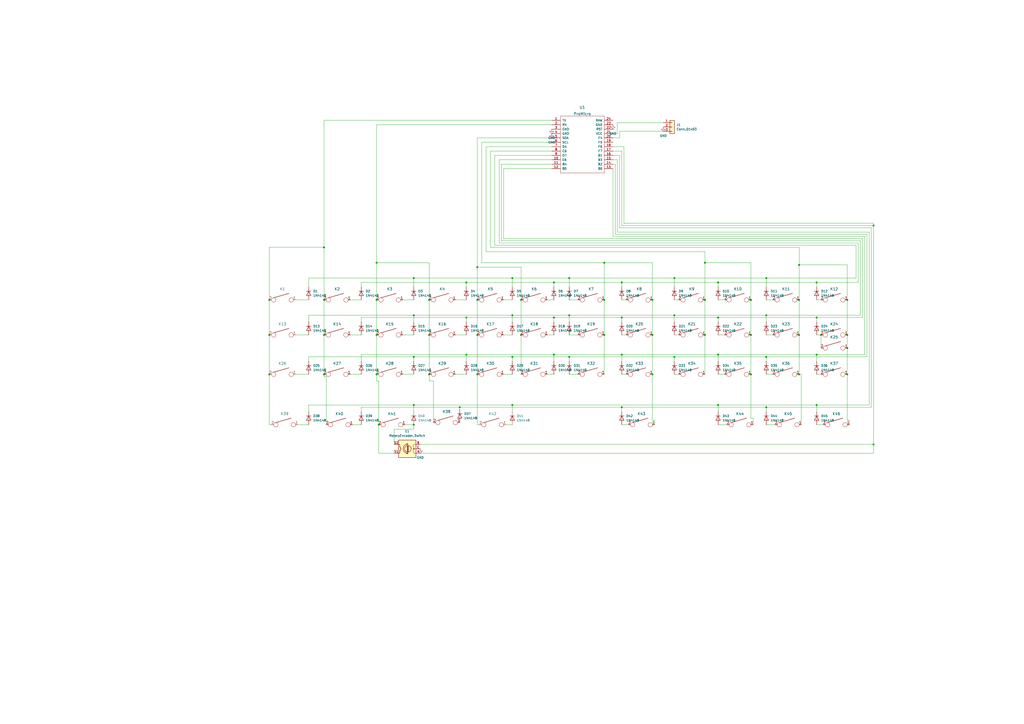
<source format=kicad_sch>
(kicad_sch (version 20211123) (generator eeschema)
  (paper "A2")
  (lib_symbols
    (symbol "Connector_Generic:Conn_01x03" (pin_names (offset 1.016) hide)
      (property "Reference" "J" (at 0 5.08 0))
      (property "Value" "Conn_01x03" (at 0 -5.08 0))
      (symbol "Conn_01x03_1_1"
        (pin passive line (at -5.08 2.54 0) (length 3.81) (name "Pin_1") (number "1"))
        (pin passive line (at -5.08 0 0) (length 3.81) (name "Pin_2") (number "2"))
        (pin passive line (at -5.08 -2.54 0) (length 3.81) (name "Pin_3") (number "3"))
      )
    )
    (symbol "Device:RotaryEncoder_Switch" (pin_names (offset 0.254) hide)
      (property "Reference" "SW" (at 0 6.604 0))
      (property "Value" "RotaryEncoder_Switch" (at 0 -6.604 0))
      (symbol "RotaryEncoder_Switch_1_1"
        (pin passive line (at -7.62 2.54 0) (length 2.54) (name "A") (number "A"))
        (pin passive line (at -7.62 -2.54 0) (length 2.54) (name "B") (number "B"))
        (pin passive line (at -7.62 0 0) (length 2.54) (name "C") (number "C"))
        (pin passive line (at 7.62 2.54 180) (length 2.54) (name "S1") (number "S1"))
        (pin passive line (at 7.62 -2.54 180) (length 2.54) (name "S2") (number "S2"))
      )
    )
    (symbol "Diode:1N4148" (pin_numbers hide) (pin_names (offset 1.016) hide)
      (property "Reference" "D" (at 0 2.54 0))
      (property "Value" "1N4148" (at 0 -2.54 0))
      (symbol "1N4148_1_1"
        (pin passive line (at -3.81 0 0) (length 2.54) (name "K") (number "1"))
        (pin passive line (at 3.81 0 180) (length 2.54) (name "A") (number "2"))
      )
    )
    (symbol "keyboard_parts:KEYSW" (pin_names (offset 1.016))
      (property "Reference" "K?" (at -1.27 0 0))
      (symbol "KEYSW_1_1"
        (pin passive line (at 7.62 0 180) (length 1.27) (name "~") (number "1"))
        (pin passive line (at -7.62 0 0) (length 1.27) (name "~") (number "2"))
      )
    )
    (symbol "power:GND" (power) (pin_names (offset 0))
      (property "Value" "GND" (at 0 -3.81 0))
      (symbol "GND_1_1"
        (pin power_in line (at 0 0 270) (length 0) hide (name "GND") (number "1"))
      )
    )
    (symbol "promicro:ProMicro" (pin_names (offset 1.016))
      (property "Reference" "U" (at 0 24.13 0))
      (property "Value" "ProMicro" (at 0 -13.97 0))
      (symbol "ProMicro_1_1"
        (pin bidirectional line (at -17.78 19.05 0) (length 5.08) (name "TX") (number "1"))
        (pin bidirectional line (at -17.78 -3.81 0) (length 5.08) (name "E6") (number "10"))
        (pin bidirectional line (at -17.78 -6.35 0) (length 5.08) (name "B4") (number "11"))
        (pin bidirectional line (at -17.78 -8.89 0) (length 5.08) (name "B5") (number "12"))
        (pin bidirectional line (at 17.78 -8.89 180) (length 5.08) (name "B6") (number "13"))
        (pin bidirectional line (at 17.78 -6.35 180) (length 5.08) (name "B2") (number "14"))
        (pin bidirectional line (at 17.78 -3.81 180) (length 5.08) (name "B3") (number "15"))
        (pin bidirectional line (at 17.78 -1.27 180) (length 5.08) (name "B1") (number "16"))
        (pin bidirectional line (at 17.78 1.27 180) (length 5.08) (name "F7") (number "17"))
        (pin bidirectional line (at 17.78 3.81 180) (length 5.08) (name "F6") (number "18"))
        (pin bidirectional line (at 17.78 6.35 180) (length 5.08) (name "F5") (number "19"))
        (pin bidirectional line (at -17.78 16.51 0) (length 5.08) (name "RX") (number "2"))
        (pin bidirectional line (at 17.78 8.89 180) (length 5.08) (name "F4") (number "20"))
        (pin power_in line (at 17.78 11.43 180) (length 5.08) (name "VCC") (number "21"))
        (pin input line (at 17.78 13.97 180) (length 5.08) (name "RST") (number "22"))
        (pin power_in line (at 17.78 16.51 180) (length 5.08) (name "GND") (number "23"))
        (pin power_out line (at 17.78 19.05 180) (length 5.08) (name "RAW") (number "24"))
        (pin power_in line (at -17.78 13.97 0) (length 5.08) (name "GND") (number "3"))
        (pin power_in line (at -17.78 11.43 0) (length 5.08) (name "GND") (number "4"))
        (pin bidirectional line (at -17.78 8.89 0) (length 5.08) (name "SDA") (number "5"))
        (pin bidirectional line (at -17.78 6.35 0) (length 5.08) (name "SCL") (number "6"))
        (pin bidirectional line (at -17.78 3.81 0) (length 5.08) (name "D4") (number "7"))
        (pin bidirectional line (at -17.78 1.27 0) (length 5.08) (name "C6") (number "8"))
        (pin bidirectional line (at -17.78 -1.27 0) (length 5.08) (name "D7") (number "9"))
      )
    )
  )
  (junction (at 416.56 184.15))
  (junction (at 276.86 173.99))
  (junction (at 297.18 182.88))
  (junction (at 330.2 207.01))
  (junction (at 321.31 205.74))
  (junction (at 156.21 217.17))
  (junction (at 360.68 205.74))
  (junction (at 463.55 194.31))
  (junction (at 360.68 236.22))
  (junction (at 473.71 184.15))
  (junction (at 240.03 246.38))
  (junction (at 491.49 217.17))
  (junction (at 463.55 217.17))
  (junction (at 270.51 184.15))
  (junction (at 378.46 194.31))
  (junction (at 218.44 152.4))
  (junction (at 187.96 143.51))
  (junction (at 187.96 217.17))
  (junction (at 330.2 182.88))
  (junction (at 240.03 182.88))
  (junction (at 218.44 194.31))
  (junction (at 187.96 173.99))
  (junction (at 240.03 161.29))
  (junction (at 378.46 217.17))
  (junction (at 248.92 217.17))
  (junction (at 218.44 217.17))
  (junction (at 330.2 161.29))
  (junction (at 187.96 194.31))
  (junction (at 463.55 153.67))
  (junction (at 360.68 163.83))
  (junction (at 416.56 234.95))
  (junction (at 321.31 163.83))
  (junction (at 463.55 173.99))
  (junction (at 435.61 173.99))
  (junction (at 473.71 163.83))
  (junction (at 473.71 234.95))
  (junction (at 491.49 201.93))
  (junction (at 240.03 234.95))
  (junction (at 491.49 194.31))
  (junction (at 491.49 173.99))
  (junction (at 444.5 207.01))
  (junction (at 476.25 194.31))
  (junction (at 416.56 163.83))
  (junction (at 444.5 182.88))
  (junction (at 435.61 194.31))
  (junction (at 240.03 207.01))
  (junction (at 219.71 246.38))
  (junction (at 350.52 152.4))
  (junction (at 270.51 163.83))
  (junction (at 360.68 184.15))
  (junction (at 248.92 194.31))
  (junction (at 321.31 184.15))
  (junction (at 270.51 205.74))
  (junction (at 276.86 194.31))
  (junction (at 408.94 173.99))
  (junction (at 156.21 194.31))
  (junction (at 408.94 152.4))
  (junction (at 248.92 173.99))
  (junction (at 506.73 130.81))
  (junction (at 266.7 236.22))
  (junction (at 297.18 161.29))
  (junction (at 416.56 205.74))
  (junction (at 391.16 182.88))
  (junction (at 276.86 154.94))
  (junction (at 218.44 173.99))
  (junction (at 444.5 161.29))
  (junction (at 156.21 173.99))
  (junction (at 391.16 161.29))
  (junction (at 408.94 194.31))
  (junction (at 391.16 207.01))
  (junction (at 276.86 217.17))
  (junction (at 302.26 173.99))
  (junction (at 506.73 257.81))
  (junction (at 435.61 217.17))
  (junction (at 302.26 194.31))
  (junction (at 350.52 194.31))
  (junction (at 297.18 234.95))
  (junction (at 378.46 173.99))
  (junction (at 297.18 207.01))
  (junction (at 350.52 173.99))
  (junction (at 473.71 205.74))
  (junction (at 444.5 236.22))
  (wire (pts (xy 391.16 207.01) (xy 444.5 207.01)))
  (wire (pts (xy 444.5 182.88) (xy 499.11 182.88)))
  (wire (pts (xy 361.95 129.54) (xy 506.73 129.54)))
  (wire (pts (xy 330.2 173.99) (xy 335.28 173.99)))
  (wire (pts (xy 179.07 234.95) (xy 240.03 234.95)))
  (wire (pts (xy 276.86 80.01) (xy 320.04 80.01)))
  (wire (pts (xy 270.51 205.74) (xy 209.55 205.74)))
  (wire (pts (xy 330.2 182.88) (xy 391.16 182.88)))
  (wire (pts (xy 330.2 207.01) (xy 330.2 209.55)))
  (wire (pts (xy 505.46 132.08) (xy 505.46 236.22)))
  (wire (pts (xy 384.81 71.12) (xy 358.14 71.12)))
  (wire (pts (xy 251.46 245.11) (xy 251.46 220.98)))
  (wire (pts (xy 350.52 152.4) (xy 279.4 152.4)))
  (wire (pts (xy 320.04 92.71) (xy 289.56 92.71)))
  (wire (pts (xy 416.56 205.74) (xy 473.71 205.74)))
  (wire (pts (xy 356.87 95.25) (xy 356.87 135.89)))
  (wire (pts (xy 218.44 152.4) (xy 248.92 152.4)))
  (wire (pts (xy 264.16 194.31) (xy 270.51 194.31)))
  (wire (pts (xy 416.56 246.38) (xy 421.64 246.38)))
  (wire (pts (xy 171.45 173.99) (xy 179.07 173.99)))
  (wire (pts (xy 497.84 140.97) (xy 497.84 163.83)))
  (wire (pts (xy 435.61 173.99) (xy 435.61 194.31)))
  (wire (pts (xy 355.6 85.09) (xy 361.95 85.09)))
  (wire (pts (xy 330.2 161.29) (xy 391.16 161.29)))
  (wire (pts (xy 297.18 207.01) (xy 297.18 209.55)))
  (wire (pts (xy 187.96 173.99) (xy 187.96 143.51)))
  (wire (pts (xy 360.68 184.15) (xy 321.31 184.15)))
  (wire (pts (xy 189.23 246.38) (xy 189.23 218.44)))
  (wire (pts (xy 473.71 166.37) (xy 473.71 163.83)))
  (wire (pts (xy 187.96 143.51) (xy 156.21 143.51)))
  (wire (pts (xy 408.94 173.99) (xy 408.94 152.4)))
  (wire (pts (xy 473.71 173.99) (xy 476.25 173.99)))
  (wire (pts (xy 408.94 152.4) (xy 408.94 146.05)))
  (wire (pts (xy 189.23 218.44) (xy 187.96 218.44)))
  (wire (pts (xy 416.56 184.15) (xy 416.56 186.69)))
  (wire (pts (xy 416.56 234.95) (xy 416.56 238.76)))
  (wire (pts (xy 240.03 182.88) (xy 240.03 186.69)))
  (wire (pts (xy 463.55 143.51) (xy 463.55 153.67)))
  (wire (pts (xy 497.84 163.83) (xy 473.71 163.83)))
  (wire (pts (xy 203.2 217.17) (xy 209.55 217.17)))
  (wire (pts (xy 464.82 217.17) (xy 463.55 217.17)))
  (wire (pts (xy 473.71 205.74) (xy 501.65 205.74)))
  (wire (pts (xy 234.95 246.38) (xy 240.03 246.38)))
  (wire (pts (xy 187.96 143.51) (xy 187.96 69.85)))
  (wire (pts (xy 302.26 194.31) (xy 302.26 217.17)))
  (wire (pts (xy 233.68 173.99) (xy 240.03 173.99)))
  (wire (pts (xy 359.41 132.08) (xy 505.46 132.08)))
  (wire (pts (xy 476.25 194.31) (xy 476.25 201.93)))
  (wire (pts (xy 350.52 152.4) (xy 378.46 152.4)))
  (wire (pts (xy 473.71 234.95) (xy 504.19 234.95)))
  (wire (pts (xy 179.07 182.88) (xy 240.03 182.88)))
  (wire (pts (xy 172.72 246.38) (xy 179.07 246.38)))
  (wire (pts (xy 302.26 154.94) (xy 302.26 173.99)))
  (wire (pts (xy 266.7 236.22) (xy 209.55 236.22)))
  (wire (pts (xy 463.55 173.99) (xy 463.55 194.31)))
  (wire (pts (xy 284.48 143.51) (xy 463.55 143.51)))
  (wire (pts (xy 444.5 246.38) (xy 449.58 246.38)))
  (wire (pts (xy 491.49 173.99) (xy 491.49 194.31)))
  (wire (pts (xy 243.84 257.81) (xy 506.73 257.81)))
  (wire (pts (xy 330.2 194.31) (xy 335.28 194.31)))
  (wire (pts (xy 496.57 161.29) (xy 496.57 142.24)))
  (wire (pts (xy 491.49 194.31) (xy 491.49 201.93)))
  (wire (pts (xy 266.7 236.22) (xy 266.7 237.49)))
  (wire (pts (xy 360.68 217.17) (xy 363.22 217.17)))
  (wire (pts (xy 463.55 153.67) (xy 491.49 153.67)))
  (wire (pts (xy 179.07 186.69) (xy 179.07 182.88)))
  (wire (pts (xy 491.49 217.17) (xy 491.49 243.84)))
  (wire (pts (xy 416.56 209.55) (xy 416.56 205.74)))
  (wire (pts (xy 416.56 184.15) (xy 360.68 184.15)))
  (wire (pts (xy 276.86 154.94) (xy 302.26 154.94)))
  (wire (pts (xy 408.94 152.4) (xy 435.61 152.4)))
  (wire (pts (xy 502.92 207.01) (xy 444.5 207.01)))
  (wire (pts (xy 179.07 161.29) (xy 240.03 161.29)))
  (wire (pts (xy 204.47 246.38) (xy 209.55 246.38)))
  (wire (pts (xy 501.65 137.16) (xy 355.6 137.16)))
  (wire (pts (xy 240.03 161.29) (xy 240.03 166.37)))
  (wire (pts (xy 496.57 142.24) (xy 287.02 142.24)))
  (wire (pts (xy 276.86 173.99) (xy 276.86 194.31)))
  (wire (pts (xy 473.71 194.31) (xy 476.25 194.31)))
  (wire (pts (xy 187.96 173.99) (xy 187.96 194.31)))
  (wire (pts (xy 297.18 182.88) (xy 297.18 186.69)))
  (wire (pts (xy 355.6 137.16) (xy 355.6 97.79)))
  (wire (pts (xy 297.18 182.88) (xy 330.2 182.88)))
  (wire (pts (xy 297.18 234.95) (xy 416.56 234.95)))
  (wire (pts (xy 284.48 87.63) (xy 284.48 143.51)))
  (wire (pts (xy 506.73 262.89) (xy 243.84 262.89)))
  (wire (pts (xy 504.19 234.95) (xy 504.19 134.62)))
  (wire (pts (xy 240.03 234.95) (xy 240.03 238.76)))
  (wire (pts (xy 297.18 234.95) (xy 297.18 238.76)))
  (wire (pts (xy 279.4 82.55) (xy 320.04 82.55)))
  (wire (pts (xy 463.55 194.31) (xy 463.55 217.17)))
  (wire (pts (xy 156.21 217.17) (xy 156.21 246.38)))
  (wire (pts (xy 270.51 163.83) (xy 270.51 166.37)))
  (wire (pts (xy 360.68 205.74) (xy 360.68 209.55)))
  (wire (pts (xy 436.88 242.57) (xy 436.88 246.38)))
  (wire (pts (xy 171.45 194.31) (xy 179.07 194.31)))
  (wire (pts (xy 391.16 161.29) (xy 391.16 166.37)))
  (wire (pts (xy 359.41 90.17) (xy 359.41 132.08)))
  (wire (pts (xy 240.03 161.29) (xy 297.18 161.29)))
  (wire (pts (xy 504.19 134.62) (xy 358.14 134.62)))
  (wire (pts (xy 187.96 69.85) (xy 320.04 69.85)))
  (wire (pts (xy 502.92 135.89) (xy 502.92 207.01)))
  (wire (pts (xy 179.07 207.01) (xy 240.03 207.01)))
  (wire (pts (xy 218.44 194.31) (xy 218.44 217.17)))
  (wire (pts (xy 435.61 242.57) (xy 436.88 242.57)))
  (wire (pts (xy 473.71 217.17) (xy 476.25 217.17)))
  (wire (pts (xy 355.6 95.25) (xy 356.87 95.25)))
  (wire (pts (xy 360.68 236.22) (xy 360.68 238.76)))
  (wire (pts (xy 463.55 173.99) (xy 463.55 153.67)))
  (wire (pts (xy 473.71 184.15) (xy 416.56 184.15)))
  (wire (pts (xy 320.04 97.79) (xy 292.1 97.79)))
  (wire (pts (xy 203.2 194.31) (xy 209.55 194.31)))
  (wire (pts (xy 464.82 246.38) (xy 464.82 217.17)))
  (wire (pts (xy 350.52 194.31) (xy 350.52 217.17)))
  (wire (pts (xy 506.73 130.81) (xy 506.73 257.81)))
  (wire (pts (xy 209.55 205.74) (xy 209.55 209.55)))
  (wire (pts (xy 219.71 220.98) (xy 218.44 220.98)))
  (wire (pts (xy 444.5 194.31) (xy 448.31 194.31)))
  (wire (pts (xy 218.44 72.39) (xy 320.04 72.39)))
  (wire (pts (xy 292.1 194.31) (xy 297.18 194.31)))
  (wire (pts (xy 358.14 77.47) (xy 355.6 77.47)))
  (wire (pts (xy 360.68 236.22) (xy 266.7 236.22)))
  (wire (pts (xy 491.49 243.84) (xy 492.76 243.84)))
  (wire (pts (xy 473.71 246.38) (xy 477.52 246.38)))
  (wire (pts (xy 378.46 243.84) (xy 379.73 243.84)))
  (wire (pts (xy 270.51 184.15) (xy 209.55 184.15)))
  (wire (pts (xy 321.31 163.83) (xy 270.51 163.83)))
  (wire (pts (xy 350.52 173.99) (xy 350.52 194.31)))
  (wire (pts (xy 281.94 85.09) (xy 320.04 85.09)))
  (wire (pts (xy 270.51 184.15) (xy 270.51 186.69)))
  (wire (pts (xy 435.61 217.17) (xy 435.61 242.57)))
  (wire (pts (xy 156.21 173.99) (xy 156.21 194.31)))
  (wire (pts (xy 378.46 152.4) (xy 378.46 173.99)))
  (wire (pts (xy 248.92 173.99) (xy 248.92 194.31)))
  (wire (pts (xy 391.16 217.17) (xy 393.7 217.17)))
  (wire (pts (xy 360.68 130.81) (xy 360.68 87.63)))
  (wire (pts (xy 321.31 163.83) (xy 321.31 166.37)))
  (wire (pts (xy 281.94 146.05) (xy 281.94 85.09)))
  (wire (pts (xy 270.51 205.74) (xy 270.51 209.55)))
  (wire (pts (xy 179.07 209.55) (xy 179.07 207.01)))
  (wire (pts (xy 264.16 217.17) (xy 270.51 217.17)))
  (wire (pts (xy 270.51 163.83) (xy 209.55 163.83)))
  (wire (pts (xy 219.71 246.38) (xy 219.71 220.98)))
  (wire (pts (xy 355.6 90.17) (xy 359.41 90.17)))
  (wire (pts (xy 416.56 217.17) (xy 420.37 217.17)))
  (wire (pts (xy 240.03 182.88) (xy 297.18 182.88)))
  (wire (pts (xy 360.68 163.83) (xy 360.68 166.37)))
  (wire (pts (xy 209.55 163.83) (xy 209.55 166.37)))
  (wire (pts (xy 444.5 161.29) (xy 496.57 161.29)))
  (wire (pts (xy 501.65 205.74) (xy 501.65 137.16)))
  (wire (pts (xy 292.1 97.79) (xy 292.1 138.43)))
  (wire (pts (xy 179.07 238.76) (xy 179.07 234.95)))
  (wire (pts (xy 360.68 194.31) (xy 363.22 194.31)))
  (wire (pts (xy 240.03 207.01) (xy 240.03 209.55)))
  (wire (pts (xy 321.31 205.74) (xy 270.51 205.74)))
  (wire (pts (xy 444.5 182.88) (xy 444.5 186.69)))
  (wire (pts (xy 233.68 217.17) (xy 240.03 217.17)))
  (wire (pts (xy 360.68 184.15) (xy 360.68 186.69)))
  (wire (pts (xy 330.2 217.17) (xy 335.28 217.17)))
  (wire (pts (xy 408.94 146.05) (xy 281.94 146.05)))
  (wire (pts (xy 391.16 173.99) (xy 393.7 173.99)))
  (wire (pts (xy 378.46 217.17) (xy 378.46 243.84)))
  (wire (pts (xy 317.5 217.17) (xy 321.31 217.17)))
  (wire (pts (xy 276.86 217.17) (xy 276.86 246.38)))
  (wire (pts (xy 276.86 173.99) (xy 276.86 154.94)))
  (wire (pts (xy 297.18 207.01) (xy 330.2 207.01)))
  (wire (pts (xy 444.5 236.22) (xy 360.68 236.22)))
  (wire (pts (xy 218.44 173.99) (xy 218.44 152.4)))
  (wire (pts (xy 359.41 80.01) (xy 355.6 80.01)))
  (wire (pts (xy 218.44 220.98) (xy 218.44 217.17)))
  (wire (pts (xy 378.46 173.99) (xy 378.46 194.31)))
  (wire (pts (xy 444.5 217.17) (xy 448.31 217.17)))
  (wire (pts (xy 289.56 92.71) (xy 289.56 140.97)))
  (wire (pts (xy 203.2 173.99) (xy 209.55 173.99)))
  (wire (pts (xy 492.76 243.84) (xy 492.76 246.38)))
  (wire (pts (xy 240.03 248.92) (xy 240.03 246.38)))
  (wire (pts (xy 321.31 184.15) (xy 270.51 184.15)))
  (wire (pts (xy 321.31 205.74) (xy 321.31 209.55)))
  (wire (pts (xy 218.44 173.99) (xy 218.44 194.31)))
  (wire (pts (xy 219.71 246.38) (xy 219.71 262.89)))
  (wire (pts (xy 276.86 246.38) (xy 278.13 246.38)))
  (wire (pts (xy 500.38 184.15) (xy 473.71 184.15)))
  (wire (pts (xy 416.56 194.31) (xy 420.37 194.31)))
  (wire (pts (xy 218.44 152.4) (xy 218.44 72.39)))
  (wire (pts (xy 187.96 194.31) (xy 187.96 217.17)))
  (wire (pts (xy 264.16 173.99) (xy 270.51 173.99)))
  (wire (pts (xy 359.41 76.2) (xy 359.41 80.01)))
  (wire (pts (xy 228.6 257.81) (xy 228.6 248.92)))
  (wire (pts (xy 240.03 234.95) (xy 297.18 234.95)))
  (wire (pts (xy 330.2 161.29) (xy 330.2 166.37)))
  (wire (pts (xy 435.61 152.4) (xy 435.61 173.99)))
  (wire (pts (xy 408.94 194.31) (xy 408.94 217.17)))
  (wire (pts (xy 233.68 194.31) (xy 240.03 194.31)))
  (wire (pts (xy 240.03 207.01) (xy 297.18 207.01)))
  (wire (pts (xy 293.37 246.38) (xy 297.18 246.38)))
  (wire (pts (xy 302.26 173.99) (xy 302.26 194.31)))
  (wire (pts (xy 360.68 173.99) (xy 363.22 173.99)))
  (wire (pts (xy 251.46 220.98) (xy 248.92 220.98)))
  (wire (pts (xy 491.49 201.93) (xy 491.49 217.17)))
  (wire (pts (xy 444.5 238.76) (xy 444.5 236.22)))
  (wire (pts (xy 276.86 194.31) (xy 276.86 217.17)))
  (wire (pts (xy 444.5 173.99) (xy 448.31 173.99)))
  (wire (pts (xy 156.21 194.31) (xy 156.21 217.17)))
  (wire (pts (xy 499.11 139.7) (xy 290.83 139.7)))
  (wire (pts (xy 356.87 135.89) (xy 502.92 135.89)))
  (wire (pts (xy 500.38 138.43) (xy 500.38 184.15)))
  (wire (pts (xy 506.73 257.81) (xy 506.73 262.89)))
  (wire (pts (xy 248.92 152.4) (xy 248.92 173.99)))
  (wire (pts (xy 444.5 207.01) (xy 444.5 209.55)))
  (wire (pts (xy 320.04 87.63) (xy 284.48 87.63)))
  (wire (pts (xy 290.83 95.25) (xy 320.04 95.25)))
  (wire (pts (xy 321.31 184.15) (xy 321.31 186.69)))
  (wire (pts (xy 391.16 194.31) (xy 393.7 194.31)))
  (wire (pts (xy 279.4 152.4) (xy 279.4 82.55)))
  (wire (pts (xy 473.71 205.74) (xy 473.71 209.55)))
  (wire (pts (xy 248.92 220.98) (xy 248.92 217.17)))
  (wire (pts (xy 358.14 92.71) (xy 355.6 92.71)))
  (wire (pts (xy 416.56 163.83) (xy 416.56 166.37)))
  (wire (pts (xy 350.52 173.99) (xy 350.52 152.4)))
  (wire (pts (xy 360.68 87.63) (xy 355.6 87.63)))
  (wire (pts (xy 290.83 139.7) (xy 290.83 95.25)))
  (wire (pts (xy 491.49 153.67) (xy 491.49 173.99)))
  (wire (pts (xy 506.73 129.54) (xy 506.73 130.81)))
  (wire (pts (xy 297.18 161.29) (xy 330.2 161.29)))
  (wire (pts (xy 378.46 194.31) (xy 378.46 217.17)))
  (wire (pts (xy 228.6 248.92) (xy 240.03 248.92)))
  (wire (pts (xy 384.81 76.2) (xy 359.41 76.2)))
  (wire (pts (xy 287.02 90.17) (xy 320.04 90.17)))
  (wire (pts (xy 473.71 186.69) (xy 473.71 184.15)))
  (wire (pts (xy 391.16 161.29) (xy 444.5 161.29)))
  (wire (pts (xy 330.2 182.88) (xy 330.2 186.69)))
  (wire (pts (xy 416.56 234.95) (xy 473.71 234.95)))
  (wire (pts (xy 317.5 194.31) (xy 321.31 194.31)))
  (wire (pts (xy 276.86 154.94) (xy 276.86 80.01)))
  (wire (pts (xy 416.56 163.83) (xy 360.68 163.83)))
  (wire (pts (xy 156.21 143.51) (xy 156.21 173.99)))
  (wire (pts (xy 156.21 246.38) (xy 157.48 246.38)))
  (wire (pts (xy 292.1 138.43) (xy 500.38 138.43)))
  (wire (pts (xy 209.55 184.15) (xy 209.55 186.69)))
  (wire (pts (xy 317.5 173.99) (xy 321.31 173.99)))
  (wire (pts (xy 289.56 140.97) (xy 497.84 140.97)))
  (wire (pts (xy 292.1 217.17) (xy 297.18 217.17)))
  (wire (pts (xy 292.1 173.99) (xy 297.18 173.99)))
  (wire (pts (xy 171.45 217.17) (xy 179.07 217.17)))
  (wire (pts (xy 287.02 142.24) (xy 287.02 90.17)))
  (wire (pts (xy 209.55 236.22) (xy 209.55 238.76)))
  (wire (pts (xy 416.56 173.99) (xy 420.37 173.99)))
  (wire (pts (xy 391.16 207.01) (xy 391.16 209.55)))
  (wire (pts (xy 360.68 163.83) (xy 321.31 163.83)))
  (wire (pts (xy 499.11 182.88) (xy 499.11 139.7)))
  (wire (pts (xy 361.95 85.09) (xy 361.95 129.54)))
  (wire (pts (xy 360.68 246.38) (xy 364.49 246.38)))
  (wire (pts (xy 248.92 194.31) (xy 248.92 217.17)))
  (wire (pts (xy 391.16 182.88) (xy 391.16 186.69)))
  (wire (pts (xy 358.14 134.62) (xy 358.14 92.71)))
  (wire (pts (xy 330.2 207.01) (xy 391.16 207.01)))
  (wire (pts (xy 187.96 218.44) (xy 187.96 217.17)))
  (wire (pts (xy 506.73 130.81) (xy 360.68 130.81)))
  (wire (pts (xy 391.16 182.88) (xy 444.5 182.88)))
  (wire (pts (xy 408.94 173.99) (xy 408.94 194.31)))
  (wire (pts (xy 505.46 236.22) (xy 444.5 236.22)))
  (wire (pts (xy 297.18 161.29) (xy 297.18 166.37)))
  (wire (pts (xy 360.68 205.74) (xy 321.31 205.74)))
  (wire (pts (xy 228.6 262.89) (xy 219.71 262.89)))
  (wire (pts (xy 444.5 161.29) (xy 444.5 166.37)))
  (wire (pts (xy 473.71 163.83) (xy 416.56 163.83)))
  (wire (pts (xy 379.73 243.84) (xy 379.73 246.38)))
  (wire (pts (xy 416.56 205.74) (xy 360.68 205.74)))
  (wire (pts (xy 358.14 71.12) (xy 358.14 77.47)))
  (wire (pts (xy 435.61 194.31) (xy 435.61 217.17)))
  (wire (pts (xy 473.71 234.95) (xy 473.71 238.76)))
  (wire (pts (xy 179.07 166.37) (xy 179.07 161.29)))
  (symbol (lib_id "power:GND") (at 320.04 77.47 0) (unit 1)
    (property "Reference" "#PWR04" (effects hide))
    (property "Value" "GND" (at 320.04 82.55 0))
  )
  (symbol (lib_id "keyboard_parts:KEYSW") (at 483.87 194.31 0) (unit 1)
    (property "Reference" "K24" (at 483.87 187.96 0) (effects (font (size 1.524 1.524))))
    (property "Value" "KEYSW" (effects hide))
    (property "Footprint" "Button_Switch_Keyboard:SW_Cherry_MX_1.00u_PCB" (effects hide))
  )
  (symbol (lib_id "keyboard_parts:KEYSW") (at 195.58 173.99 0) (unit 1)
    (property "Reference" "K2" (at 195.58 167.64 0) (effects (font (size 1.524 1.524))))
    (property "Value" "KEYSW" (effects hide))
    (property "Footprint" "Button_Switch_Keyboard:SW_Cherry_MX_1.00u_PCB" (effects hide))
  )
  (symbol (lib_id "keyboard_parts:KEYSW") (at 256.54 194.31 0) (unit 1)
    (property "Reference" "K16" (at 256.54 187.96 0) (effects (font (size 1.524 1.524))))
    (property "Value" "KEYSW" (effects hide))
    (property "Footprint" "Button_Switch_Keyboard:SW_Cherry_MX_1.00u_PCB" (effects hide))
  )
  (symbol (lib_id "keyboard_parts:KEYSW") (at 370.84 173.99 0) (unit 1)
    (property "Reference" "K8" (at 370.84 167.64 0) (effects (font (size 1.524 1.524))))
    (property "Value" "KEYSW" (effects hide))
    (property "Footprint" "Button_Switch_Keyboard:SW_Cherry_MX_1.00u_PCB" (effects hide))
  )
  (symbol (lib_id "Diode:1N4148") (at 297.18 170.18 270) (unit 1)
    (property "Reference" "D5" (at 299.72 168.9099 90) (effects (justify left)))
    (property "Value" "1N4148" (at 299.72 171.4499 90) (effects (justify left)))
    (property "Footprint" "Diode_THT:D_DO-35_SOD27_P7.62mm_Horizontal" (effects hide))
    (property "Datasheet" "https://assets.nexperia.com/documents/data-sheet/1N4148_1N4448.pdf" (effects hide))
  )
  (symbol (lib_id "keyboard_parts:KEYSW") (at 309.88 194.31 0) (unit 1)
    (property "Reference" "K18" (at 309.88 187.96 0) (effects (font (size 1.524 1.524))))
    (property "Value" "KEYSW" (effects hide))
    (property "Footprint" "Button_Switch_Keyboard:SW_Cherry_MX_1.00u_PCB" (effects hide))
  )
  (symbol (lib_id "keyboard_parts:KEYSW") (at 401.32 194.31 0) (unit 1)
    (property "Reference" "K21" (at 401.32 187.96 0) (effects (font (size 1.524 1.524))))
    (property "Value" "KEYSW" (effects hide))
    (property "Footprint" "Button_Switch_Keyboard:SW_Cherry_MX_1.00u_PCB" (effects hide))
  )
  (symbol (lib_id "keyboard_parts:KEYSW") (at 259.08 245.11 0) (unit 1)
    (property "Reference" "K38" (at 259.08 238.76 0) (effects (font (size 1.524 1.524))))
    (property "Value" "KEYSW" (effects hide))
    (property "Footprint" "Button_Switch_Keyboard:SW_Cherry_MX_1.00u_PCB" (effects hide))
  )
  (symbol (lib_id "Diode:1N4148") (at 473.71 213.36 270) (unit 1)
    (property "Reference" "D36" (at 476.25 212.0899 90) (effects (justify left)))
    (property "Value" "1N4148" (at 476.25 214.6299 90) (effects (justify left)))
    (property "Footprint" "Diode_THT:D_DO-35_SOD27_P7.62mm_Horizontal" (effects hide))
    (property "Datasheet" "https://assets.nexperia.com/documents/data-sheet/1N4148_1N4448.pdf" (effects hide))
  )
  (symbol (lib_id "keyboard_parts:KEYSW") (at 427.99 173.99 0) (unit 1)
    (property "Reference" "K10" (at 427.99 167.64 0) (effects (font (size 1.524 1.524))))
    (property "Value" "KEYSW" (effects hide))
    (property "Footprint" "Button_Switch_Keyboard:SW_Cherry_MX_1.00u_PCB" (effects hide))
  )
  (symbol (lib_id "Diode:1N4148") (at 360.68 190.5 270) (unit 1)
    (property "Reference" "D20" (at 363.22 189.2299 90) (effects (justify left)))
    (property "Value" "1N4148" (at 363.22 191.7699 90) (effects (justify left)))
    (property "Footprint" "Diode_THT:D_DO-35_SOD27_P7.62mm_Horizontal" (effects hide))
    (property "Datasheet" "https://assets.nexperia.com/documents/data-sheet/1N4148_1N4448.pdf" (effects hide))
  )
  (symbol (lib_id "Diode:1N4148") (at 330.2 213.36 270) (unit 1)
    (property "Reference" "D31" (at 332.74 212.0899 90) (effects (justify left)))
    (property "Value" "1N4148" (at 332.74 214.6299 90) (effects (justify left)))
    (property "Footprint" "Diode_THT:D_DO-35_SOD27_P7.62mm_Horizontal" (effects hide))
    (property "Datasheet" "https://assets.nexperia.com/documents/data-sheet/1N4148_1N4448.pdf" (effects hide))
  )
  (symbol (lib_id "Diode:1N4148") (at 360.68 242.57 270) (unit 1)
    (property "Reference" "D42" (at 363.22 241.2999 90) (effects (justify left)))
    (property "Value" "1N4148" (at 363.22 243.8399 90) (effects (justify left)))
    (property "Footprint" "Diode_THT:D_DO-35_SOD27_P7.62mm_Horizontal" (effects hide))
    (property "Datasheet" "https://assets.nexperia.com/documents/data-sheet/1N4148_1N4448.pdf" (effects hide))
  )
  (symbol (lib_id "Diode:1N4148") (at 297.18 242.57 270) (unit 1)
    (property "Reference" "D41" (at 299.72 241.2999 90) (effects (justify left)))
    (property "Value" "1N4148" (at 299.72 243.8399 90) (effects (justify left)))
    (property "Footprint" "Diode_THT:D_DO-35_SOD27_P7.62mm_Horizontal" (effects hide))
    (property "Datasheet" "https://assets.nexperia.com/documents/data-sheet/1N4148_1N4448.pdf" (effects hide))
  )
  (symbol (lib_id "keyboard_parts:KEYSW") (at 483.87 217.17 0) (unit 1)
    (property "Reference" "K37" (at 483.87 210.82 0) (effects (font (size 1.524 1.524))))
    (property "Value" "KEYSW" (effects hide))
    (property "Footprint" "Button_Switch_Keyboard:SW_Cherry_MX_1.00u_PCB" (effects hide))
  )
  (symbol (lib_id "Diode:1N4148") (at 270.51 213.36 270) (unit 1)
    (property "Reference" "D28" (at 273.05 212.0899 90) (effects (justify left)))
    (property "Value" "1N4148" (at 273.05 214.6299 90) (effects (justify left)))
    (property "Footprint" "Diode_THT:D_DO-35_SOD27_P7.62mm_Horizontal" (effects hide))
    (property "Datasheet" "https://assets.nexperia.com/documents/data-sheet/1N4148_1N4448.pdf" (effects hide))
  )
  (symbol (lib_id "keyboard_parts:KEYSW") (at 427.99 217.17 0) (unit 1)
    (property "Reference" "K35" (at 427.99 210.82 0) (effects (font (size 1.524 1.524))))
    (property "Value" "KEYSW" (effects hide))
    (property "Footprint" "Button_Switch_Keyboard:SW_Cherry_MX_1.00u_PCB" (effects hide))
  )
  (symbol (lib_id "Diode:1N4148") (at 391.16 170.18 270) (unit 1)
    (property "Reference" "D9" (at 393.7 168.9099 90) (effects (justify left)))
    (property "Value" "1N4148" (at 393.7 171.4499 90) (effects (justify left)))
    (property "Footprint" "Diode_THT:D_DO-35_SOD27_P7.62mm_Horizontal" (effects hide))
    (property "Datasheet" "https://assets.nexperia.com/documents/data-sheet/1N4148_1N4448.pdf" (effects hide))
  )
  (symbol (lib_id "keyboard_parts:KEYSW") (at 226.06 217.17 0) (unit 1)
    (property "Reference" "K28" (at 226.06 210.82 0) (effects (font (size 1.524 1.524))))
    (property "Value" "KEYSW" (effects hide))
    (property "Footprint" "Button_Switch_Keyboard:SW_Cherry_MX_1.00u_PCB" (effects hide))
  )
  (symbol (lib_id "keyboard_parts:KEYSW") (at 284.48 194.31 0) (unit 1)
    (property "Reference" "K17" (at 284.48 187.96 0) (effects (font (size 1.524 1.524))))
    (property "Value" "KEYSW" (effects hide))
    (property "Footprint" "Button_Switch_Keyboard:SW_Cherry_MX_1.00u_PCB" (effects hide))
  )
  (symbol (lib_id "Diode:1N4148") (at 416.56 190.5 270) (unit 1)
    (property "Reference" "D22" (at 419.1 189.2299 90) (effects (justify left)))
    (property "Value" "1N4148" (at 419.1 191.7699 90) (effects (justify left)))
    (property "Footprint" "Diode_THT:D_DO-35_SOD27_P7.62mm_Horizontal" (effects hide))
    (property "Datasheet" "https://assets.nexperia.com/documents/data-sheet/1N4148_1N4448.pdf" (effects hide))
  )
  (symbol (lib_id "keyboard_parts:KEYSW") (at 226.06 194.31 0) (unit 1)
    (property "Reference" "K15" (at 226.06 187.96 0) (effects (font (size 1.524 1.524))))
    (property "Value" "KEYSW" (effects hide))
    (property "Footprint" "Button_Switch_Keyboard:SW_Cherry_MX_1.00u_PCB" (effects hide))
  )
  (symbol (lib_id "keyboard_parts:KEYSW") (at 342.9 173.99 0) (unit 1)
    (property "Reference" "K7" (at 342.9 167.64 0) (effects (font (size 1.524 1.524))))
    (property "Value" "KEYSW" (effects hide))
    (property "Footprint" "Button_Switch_Keyboard:SW_Cherry_MX_1.00u_PCB" (effects hide))
  )
  (symbol (lib_id "keyboard_parts:KEYSW") (at 401.32 217.17 0) (unit 1)
    (property "Reference" "K34" (at 401.32 210.82 0) (effects (font (size 1.524 1.524))))
    (property "Value" "KEYSW" (effects hide))
    (property "Footprint" "Button_Switch_Keyboard:SW_Cherry_MX_1.00u_PCB" (effects hide))
  )
  (symbol (lib_id "Diode:1N4148") (at 444.5 190.5 270) (unit 1)
    (property "Reference" "D23" (at 447.04 189.2299 90) (effects (justify left)))
    (property "Value" "1N4148" (at 447.04 191.7699 90) (effects (justify left)))
    (property "Footprint" "Diode_THT:D_DO-35_SOD27_P7.62mm_Horizontal" (effects hide))
    (property "Datasheet" "https://assets.nexperia.com/documents/data-sheet/1N4148_1N4448.pdf" (effects hide))
  )
  (symbol (lib_id "keyboard_parts:KEYSW") (at 256.54 217.17 0) (unit 1)
    (property "Reference" "K29" (at 256.54 210.82 0) (effects (font (size 1.524 1.524))))
    (property "Value" "KEYSW" (effects hide))
    (property "Footprint" "Button_Switch_Keyboard:SW_Cherry_MX_1.00u_PCB" (effects hide))
  )
  (symbol (lib_id "keyboard_parts:KEYSW") (at 195.58 194.31 0) (unit 1)
    (property "Reference" "K14" (at 195.58 187.96 0) (effects (font (size 1.524 1.524))))
    (property "Value" "KEYSW" (effects hide))
    (property "Footprint" "Button_Switch_Keyboard:SW_Cherry_MX_1.00u_PCB" (effects hide))
  )
  (symbol (lib_id "keyboard_parts:KEYSW") (at 163.83 173.99 0) (unit 1)
    (property "Reference" "K1" (at 163.83 167.64 0) (effects (font (size 1.524 1.524))))
    (property "Value" "KEYSW" (effects hide))
    (property "Footprint" "Button_Switch_Keyboard:SW_Cherry_MX_1.00u_PCB" (effects hide))
  )
  (symbol (lib_id "Diode:1N4148") (at 240.03 242.57 270) (unit 1)
    (property "Reference" "D40" (at 242.57 241.2999 90) (effects (justify left)))
    (property "Value" "1N4148" (at 242.57 243.8399 90) (effects (justify left)))
    (property "Footprint" "Diode_THT:D_DO-35_SOD27_P7.62mm_Horizontal" (effects hide))
    (property "Datasheet" "https://assets.nexperia.com/documents/data-sheet/1N4148_1N4448.pdf" (effects hide))
  )
  (symbol (lib_id "keyboard_parts:KEYSW") (at 196.85 246.38 0) (unit 1)
    (property "Reference" "K40" (at 196.85 240.03 0) (effects (font (size 1.524 1.524))))
    (property "Value" "KEYSW" (effects hide))
    (property "Footprint" "Button_Switch_Keyboard:SW_Cherry_MX_1.00u_PCB" (effects hide))
  )
  (symbol (lib_id "keyboard_parts:KEYSW") (at 342.9 194.31 0) (unit 1)
    (property "Reference" "K19" (at 342.9 187.96 0) (effects (font (size 1.524 1.524))))
    (property "Value" "KEYSW" (effects hide))
    (property "Footprint" "Button_Switch_Keyboard:SW_Cherry_MX_1.00u_PCB" (effects hide))
  )
  (symbol (lib_id "keyboard_parts:KEYSW") (at 455.93 217.17 0) (unit 1)
    (property "Reference" "K36" (at 455.93 210.82 0) (effects (font (size 1.524 1.524))))
    (property "Value" "KEYSW" (effects hide))
    (property "Footprint" "Button_Switch_Keyboard:SW_Cherry_MX_1.00u_PCB" (effects hide))
  )
  (symbol (lib_id "Diode:1N4148") (at 473.71 242.57 270) (unit 1)
    (property "Reference" "D45" (at 476.25 241.2999 90) (effects (justify left)))
    (property "Value" "1N4148" (at 476.25 243.8399 90) (effects (justify left)))
    (property "Footprint" "Diode_THT:D_DO-35_SOD27_P7.62mm_Horizontal" (effects hide))
    (property "Datasheet" "https://assets.nexperia.com/documents/data-sheet/1N4148_1N4448.pdf" (effects hide))
  )
  (symbol (lib_id "keyboard_parts:KEYSW") (at 372.11 246.38 0) (unit 1)
    (property "Reference" "K43" (at 372.11 240.03 0) (effects (font (size 1.524 1.524))))
    (property "Value" "KEYSW" (effects hide))
    (property "Footprint" "Button_Switch_Keyboard:SW_Cherry_MX_1.00u_PCB" (effects hide))
  )
  (symbol (lib_id "Diode:1N4148") (at 297.18 190.5 270) (unit 1)
    (property "Reference" "D17" (at 299.72 189.2299 90) (effects (justify left)))
    (property "Value" "1N4148" (at 299.72 191.7699 90) (effects (justify left)))
    (property "Footprint" "Diode_THT:D_DO-35_SOD27_P7.62mm_Horizontal" (effects hide))
    (property "Datasheet" "https://assets.nexperia.com/documents/data-sheet/1N4148_1N4448.pdf" (effects hide))
  )
  (symbol (lib_id "Diode:1N4148") (at 330.2 170.18 270) (unit 1)
    (property "Reference" "D7" (at 332.74 168.9099 90) (effects (justify left)))
    (property "Value" "1N4148" (at 332.74 171.4499 90) (effects (justify left)))
    (property "Footprint" "Diode_THT:D_DO-35_SOD27_P7.62mm_Horizontal" (effects hide))
    (property "Datasheet" "https://assets.nexperia.com/documents/data-sheet/1N4148_1N4448.pdf" (effects hide))
  )
  (symbol (lib_id "Diode:1N4148") (at 321.31 170.18 270) (unit 1)
    (property "Reference" "D6" (at 323.85 168.9099 90) (effects (justify left)))
    (property "Value" "1N4148" (at 323.85 171.4499 90) (effects (justify left)))
    (property "Footprint" "Diode_THT:D_DO-35_SOD27_P7.62mm_Horizontal" (effects hide))
    (property "Datasheet" "https://assets.nexperia.com/documents/data-sheet/1N4148_1N4448.pdf" (effects hide))
  )
  (symbol (lib_id "power:GND") (at 384.81 73.66 0) (unit 1)
    (property "Reference" "#PWR02" (effects hide))
    (property "Value" "GND" (at 384.81 78.74 0))
  )
  (symbol (lib_id "keyboard_parts:KEYSW") (at 485.14 246.38 0) (unit 1)
    (property "Reference" "K46" (at 485.14 240.03 0) (effects (font (size 1.524 1.524))))
    (property "Value" "KEYSW" (effects hide))
    (property "Footprint" "Button_Switch_Keyboard:SW_Cherry_MX_1.00u_PCB" (effects hide))
  )
  (symbol (lib_id "Diode:1N4148") (at 270.51 170.18 270) (unit 1)
    (property "Reference" "D4" (at 273.05 168.9099 90) (effects (justify left)))
    (property "Value" "1N4148" (at 273.05 171.4499 90) (effects (justify left)))
    (property "Footprint" "Diode_THT:D_DO-35_SOD27_P7.62mm_Horizontal" (effects hide))
    (property "Datasheet" "https://assets.nexperia.com/documents/data-sheet/1N4148_1N4448.pdf" (effects hide))
  )
  (symbol (lib_id "Diode:1N4148") (at 209.55 242.57 270) (unit 1)
    (property "Reference" "D39" (at 212.09 241.2999 90) (effects (justify left)))
    (property "Value" "1N4148" (at 212.09 243.8399 90) (effects (justify left)))
    (property "Footprint" "Diode_THT:D_DO-35_SOD27_P7.62mm_Horizontal" (effects hide))
    (property "Datasheet" "https://assets.nexperia.com/documents/data-sheet/1N4148_1N4448.pdf" (effects hide))
  )
  (symbol (lib_id "keyboard_parts:KEYSW") (at 455.93 173.99 0) (unit 1)
    (property "Reference" "K11" (at 455.93 167.64 0) (effects (font (size 1.524 1.524))))
    (property "Value" "KEYSW" (effects hide))
    (property "Footprint" "Button_Switch_Keyboard:SW_Cherry_MX_1.00u_PCB" (effects hide))
  )
  (symbol (lib_id "Device:RotaryEncoder_Switch") (at 236.22 260.35 180) (unit 1)
    (property "Reference" "E1" (at 236.22 250.19 0))
    (property "Value" "RotaryEncoder_Switch" (at 236.22 252.73 0))
    (property "Footprint" "Keebio-Parts:RotaryEncoder_EC11" (effects hide))
  )
  (symbol (lib_id "keyboard_parts:KEYSW") (at 163.83 217.17 0) (unit 1)
    (property "Reference" "K26" (at 163.83 210.82 0) (effects (font (size 1.524 1.524))))
    (property "Value" "KEYSW" (effects hide))
    (property "Footprint" "Button_Switch_Keyboard:SW_Cherry_MX_1.00u_PCB" (effects hide))
  )
  (symbol (lib_id "Diode:1N4148") (at 270.51 190.5 270) (unit 1)
    (property "Reference" "D16" (at 273.05 189.2299 90) (effects (justify left)))
    (property "Value" "1N4148" (at 273.05 191.7699 90) (effects (justify left)))
    (property "Footprint" "Diode_THT:D_DO-35_SOD27_P7.62mm_Horizontal" (effects hide))
    (property "Datasheet" "https://assets.nexperia.com/documents/data-sheet/1N4148_1N4448.pdf" (effects hide))
  )
  (symbol (lib_id "power:GND") (at 355.6 72.39 0) (unit 1)
    (property "Reference" "#PWR01" (effects hide))
    (property "Value" "GND" (at 355.6 77.47 0))
  )
  (symbol (lib_id "keyboard_parts:KEYSW") (at 429.26 246.38 0) (unit 1)
    (property "Reference" "K44" (at 429.26 240.03 0) (effects (font (size 1.524 1.524))))
    (property "Value" "KEYSW" (effects hide))
    (property "Footprint" "Button_Switch_Keyboard:SW_Cherry_MX_1.00u_PCB" (effects hide))
  )
  (symbol (lib_id "Diode:1N4148") (at 209.55 213.36 270) (unit 1)
    (property "Reference" "D26" (at 212.09 212.0899 90) (effects (justify left)))
    (property "Value" "1N4148" (at 212.09 214.6299 90) (effects (justify left)))
    (property "Footprint" "Diode_THT:D_DO-35_SOD27_P7.62mm_Horizontal" (effects hide))
    (property "Datasheet" "https://assets.nexperia.com/documents/data-sheet/1N4148_1N4448.pdf" (effects hide))
  )
  (symbol (lib_id "Diode:1N4148") (at 473.71 170.18 270) (unit 1)
    (property "Reference" "D12" (at 476.25 168.9099 90) (effects (justify left)))
    (property "Value" "1N4148" (at 476.25 171.4499 90) (effects (justify left)))
    (property "Footprint" "Diode_THT:D_DO-35_SOD27_P7.62mm_Horizontal" (effects hide))
    (property "Datasheet" "https://assets.nexperia.com/documents/data-sheet/1N4148_1N4448.pdf" (effects hide))
  )
  (symbol (lib_id "Connector_Generic:Conn_01x03") (at 389.89 73.66 0) (unit 1)
    (property "Reference" "J1" (at 392.43 72.3899 0) (effects (justify left)))
    (property "Value" "Conn_01x03" (at 392.43 74.9299 0) (effects (justify left)))
    (property "Footprint" "Connector_PinHeader_2.54mm:PinHeader_1x03_P2.54mm_Vertical" (effects hide))
  )
  (symbol (lib_id "keyboard_parts:KEYSW") (at 342.9 217.17 0) (unit 1)
    (property "Reference" "K32" (at 342.9 210.82 0) (effects (font (size 1.524 1.524))))
    (property "Value" "KEYSW" (effects hide))
    (property "Footprint" "Button_Switch_Keyboard:SW_Cherry_MX_1.00u_PCB" (effects hide))
  )
  (symbol (lib_id "keyboard_parts:KEYSW") (at 483.87 201.93 0) (unit 1)
    (property "Reference" "K25" (at 483.87 195.58 0) (effects (font (size 1.524 1.524))))
    (property "Value" "KEYSW" (effects hide))
    (property "Footprint" "Button_Switch_Keyboard:SW_Cherry_MX_1.00u_PCB" (effects hide))
  )
  (symbol (lib_id "Diode:1N4148") (at 321.31 190.5 270) (unit 1)
    (property "Reference" "D18" (at 323.85 189.2299 90) (effects (justify left)))
    (property "Value" "1N4148" (at 323.85 191.7699 90) (effects (justify left)))
    (property "Footprint" "Diode_THT:D_DO-35_SOD27_P7.62mm_Horizontal" (effects hide))
    (property "Datasheet" "https://assets.nexperia.com/documents/data-sheet/1N4148_1N4448.pdf" (effects hide))
  )
  (symbol (lib_id "keyboard_parts:KEYSW") (at 284.48 173.99 0) (unit 1)
    (property "Reference" "K5" (at 284.48 167.64 0) (effects (font (size 1.524 1.524))))
    (property "Value" "KEYSW" (effects hide))
    (property "Footprint" "Button_Switch_Keyboard:SW_Cherry_MX_1.00u_PCB" (effects hide))
  )
  (symbol (lib_id "keyboard_parts:KEYSW") (at 401.32 173.99 0) (unit 1)
    (property "Reference" "K9" (at 401.32 167.64 0) (effects (font (size 1.524 1.524))))
    (property "Value" "KEYSW" (effects hide))
    (property "Footprint" "Button_Switch_Keyboard:SW_Cherry_MX_1.00u_PCB" (effects hide))
  )
  (symbol (lib_id "keyboard_parts:KEYSW") (at 309.88 173.99 0) (unit 1)
    (property "Reference" "K6" (at 309.88 167.64 0) (effects (font (size 1.524 1.524))))
    (property "Value" "KEYSW" (effects hide))
    (property "Footprint" "Button_Switch_Keyboard:SW_Cherry_MX_1.00u_PCB" (effects hide))
  )
  (symbol (lib_id "Diode:1N4148") (at 240.03 170.18 270) (unit 1)
    (property "Reference" "D3" (at 242.57 168.9099 90) (effects (justify left)))
    (property "Value" "1N4148" (at 242.57 171.4499 90) (effects (justify left)))
    (property "Footprint" "Diode_THT:D_DO-35_SOD27_P7.62mm_Horizontal" (effects hide))
    (property "Datasheet" "https://assets.nexperia.com/documents/data-sheet/1N4148_1N4448.pdf" (effects hide))
  )
  (symbol (lib_id "power:GND") (at 320.04 74.93 0) (unit 1)
    (property "Reference" "#PWR03" (effects hide))
    (property "Value" "GND" (at 320.04 80.01 0))
  )
  (symbol (lib_id "Diode:1N4148") (at 391.16 213.36 270) (unit 1)
    (property "Reference" "D33" (at 393.7 212.0899 90) (effects (justify left)))
    (property "Value" "1N4148" (at 393.7 214.6299 90) (effects (justify left)))
    (property "Footprint" "Diode_THT:D_DO-35_SOD27_P7.62mm_Horizontal" (effects hide))
    (property "Datasheet" "https://assets.nexperia.com/documents/data-sheet/1N4148_1N4448.pdf" (effects hide))
  )
  (symbol (lib_id "Diode:1N4148") (at 240.03 190.5 270) (unit 1)
    (property "Reference" "D15" (at 242.57 189.2299 90) (effects (justify left)))
    (property "Value" "1N4148" (at 242.57 191.7699 90) (effects (justify left)))
    (property "Footprint" "Diode_THT:D_DO-35_SOD27_P7.62mm_Horizontal" (effects hide))
    (property "Datasheet" "https://assets.nexperia.com/documents/data-sheet/1N4148_1N4448.pdf" (effects hide))
  )
  (symbol (lib_id "keyboard_parts:KEYSW") (at 285.75 246.38 0) (unit 1)
    (property "Reference" "K42" (at 285.75 240.03 0) (effects (font (size 1.524 1.524))))
    (property "Value" "KEYSW" (effects hide))
    (property "Footprint" "Button_Switch_Keyboard:SW_Cherry_MX_1.00u_PCB" (effects hide))
  )
  (symbol (lib_id "Diode:1N4148") (at 444.5 170.18 270) (unit 1)
    (property "Reference" "D11" (at 447.04 168.9099 90) (effects (justify left)))
    (property "Value" "1N4148" (at 447.04 171.4499 90) (effects (justify left)))
    (property "Footprint" "Diode_THT:D_DO-35_SOD27_P7.62mm_Horizontal" (effects hide))
    (property "Datasheet" "https://assets.nexperia.com/documents/data-sheet/1N4148_1N4448.pdf" (effects hide))
  )
  (symbol (lib_id "keyboard_parts:KEYSW") (at 165.1 246.38 0) (unit 1)
    (property "Reference" "K39" (at 165.1 240.03 0) (effects (font (size 1.524 1.524))))
    (property "Value" "KEYSW" (effects hide))
    (property "Footprint" "Button_Switch_Keyboard:SW_Cherry_MX_1.00u_PCB" (effects hide))
  )
  (symbol (lib_id "keyboard_parts:KEYSW") (at 370.84 217.17 0) (unit 1)
    (property "Reference" "K33" (at 370.84 210.82 0) (effects (font (size 1.524 1.524))))
    (property "Value" "KEYSW" (effects hide))
    (property "Footprint" "Button_Switch_Keyboard:SW_Cherry_MX_1.00u_PCB" (effects hide))
  )
  (symbol (lib_id "keyboard_parts:KEYSW") (at 370.84 194.31 0) (unit 1)
    (property "Reference" "K20" (at 370.84 187.96 0) (effects (font (size 1.524 1.524))))
    (property "Value" "KEYSW" (effects hide))
    (property "Footprint" "Button_Switch_Keyboard:SW_Cherry_MX_1.00u_PCB" (effects hide))
  )
  (symbol (lib_id "keyboard_parts:KEYSW") (at 163.83 194.31 0) (unit 1)
    (property "Reference" "K13" (at 163.83 187.96 0) (effects (font (size 1.524 1.524))))
    (property "Value" "KEYSW" (effects hide))
    (property "Footprint" "Button_Switch_Keyboard:SW_Cherry_MX_1.00u_PCB" (effects hide))
  )
  (symbol (lib_id "keyboard_parts:KEYSW") (at 195.58 217.17 0) (unit 1)
    (property "Reference" "K27" (at 195.58 210.82 0) (effects (font (size 1.524 1.524))))
    (property "Value" "KEYSW" (effects hide))
    (property "Footprint" "Button_Switch_Keyboard:SW_Cherry_MX_1.00u_PCB" (effects hide))
  )
  (symbol (lib_id "Diode:1N4148") (at 444.5 213.36 270) (unit 1)
    (property "Reference" "D35" (at 447.04 212.0899 90) (effects (justify left)))
    (property "Value" "1N4148" (at 447.04 214.6299 90) (effects (justify left)))
    (property "Footprint" "Diode_THT:D_DO-35_SOD27_P7.62mm_Horizontal" (effects hide))
    (property "Datasheet" "https://assets.nexperia.com/documents/data-sheet/1N4148_1N4448.pdf" (effects hide))
  )
  (symbol (lib_id "Diode:1N4148") (at 297.18 213.36 270) (unit 1)
    (property "Reference" "D29" (at 299.72 212.0899 90) (effects (justify left)))
    (property "Value" "1N4148" (at 299.72 214.6299 90) (effects (justify left)))
    (property "Footprint" "Diode_THT:D_DO-35_SOD27_P7.62mm_Horizontal" (effects hide))
    (property "Datasheet" "https://assets.nexperia.com/documents/data-sheet/1N4148_1N4448.pdf" (effects hide))
  )
  (symbol (lib_id "promicro:ProMicro") (at 337.82 88.9 0) (unit 1)
    (property "Reference" "U1" (at 337.82 62.23 0) (effects (font (size 1.524 1.524))))
    (property "Value" "ProMicro" (at 337.82 66.04 0) (effects (font (size 1.524 1.524))))
    (property "Footprint" "Keebio-Parts:Elite-C-castellated-24pin-holes" (effects hide))
  )
  (symbol (lib_id "keyboard_parts:KEYSW") (at 457.2 246.38 0) (unit 1)
    (property "Reference" "K45" (at 457.2 240.03 0) (effects (font (size 1.524 1.524))))
    (property "Value" "KEYSW" (effects hide))
    (property "Footprint" "Button_Switch_Keyboard:SW_Cherry_MX_1.00u_PCB" (effects hide))
  )
  (symbol (lib_id "Diode:1N4148") (at 209.55 170.18 270) (unit 1)
    (property "Reference" "D2" (at 212.09 168.9099 90) (effects (justify left)))
    (property "Value" "1N4148" (at 212.09 171.4499 90) (effects (justify left)))
    (property "Footprint" "Diode_THT:D_DO-35_SOD27_P7.62mm_Horizontal" (effects hide))
    (property "Datasheet" "https://assets.nexperia.com/documents/data-sheet/1N4148_1N4448.pdf" (effects hide))
  )
  (symbol (lib_id "Diode:1N4148") (at 416.56 170.18 270) (unit 1)
    (property "Reference" "D10" (at 419.1 168.9099 90) (effects (justify left)))
    (property "Value" "1N4148" (at 419.1 171.4499 90) (effects (justify left)))
    (property "Footprint" "Diode_THT:D_DO-35_SOD27_P7.62mm_Horizontal" (effects hide))
    (property "Datasheet" "https://assets.nexperia.com/documents/data-sheet/1N4148_1N4448.pdf" (effects hide))
  )
  (symbol (lib_id "Diode:1N4148") (at 266.7 241.3 270) (unit 1)
    (property "Reference" "D37" (at 269.24 240.0299 90) (effects (justify left)))
    (property "Value" "1N4148" (at 269.24 242.5699 90) (effects (justify left)))
    (property "Footprint" "Diode_THT:D_DO-35_SOD27_P7.62mm_Horizontal" (effects hide))
    (property "Datasheet" "https://assets.nexperia.com/documents/data-sheet/1N4148_1N4448.pdf" (effects hide))
  )
  (symbol (lib_id "keyboard_parts:KEYSW") (at 455.93 194.31 0) (unit 1)
    (property "Reference" "K23" (at 455.93 187.96 0) (effects (font (size 1.524 1.524))))
    (property "Value" "KEYSW" (effects hide))
    (property "Footprint" "Button_Switch_Keyboard:SW_Cherry_MX_1.00u_PCB" (effects hide))
  )
  (symbol (lib_id "keyboard_parts:KEYSW") (at 309.88 217.17 0) (unit 1)
    (property "Reference" "K31" (at 309.88 210.82 0) (effects (font (size 1.524 1.524))))
    (property "Value" "KEYSW" (effects hide))
    (property "Footprint" "Button_Switch_Keyboard:SW_Cherry_MX_1.00u_PCB" (effects hide))
  )
  (symbol (lib_id "Diode:1N4148") (at 391.16 190.5 270) (unit 1)
    (property "Reference" "D21" (at 393.7 189.2299 90) (effects (justify left)))
    (property "Value" "1N4148" (at 393.7 191.7699 90) (effects (justify left)))
    (property "Footprint" "Diode_THT:D_DO-35_SOD27_P7.62mm_Horizontal" (effects hide))
    (property "Datasheet" "https://assets.nexperia.com/documents/data-sheet/1N4148_1N4448.pdf" (effects hide))
  )
  (symbol (lib_id "Diode:1N4148") (at 416.56 242.57 270) (unit 1)
    (property "Reference" "D43" (at 419.1 241.2999 90) (effects (justify left)))
    (property "Value" "1N4148" (at 419.1 243.8399 90) (effects (justify left)))
    (property "Footprint" "Diode_THT:D_DO-35_SOD27_P7.62mm_Horizontal" (effects hide))
    (property "Datasheet" "https://assets.nexperia.com/documents/data-sheet/1N4148_1N4448.pdf" (effects hide))
  )
  (symbol (lib_id "keyboard_parts:KEYSW") (at 427.99 194.31 0) (unit 1)
    (property "Reference" "K22" (at 427.99 187.96 0) (effects (font (size 1.524 1.524))))
    (property "Value" "KEYSW" (effects hide))
    (property "Footprint" "Button_Switch_Keyboard:SW_Cherry_MX_1.00u_PCB" (effects hide))
  )
  (symbol (lib_id "Diode:1N4148") (at 179.07 242.57 270) (unit 1)
    (property "Reference" "D38" (at 181.61 241.2999 90) (effects (justify left)))
    (property "Value" "1N4148" (at 181.61 243.8399 90) (effects (justify left)))
    (property "Footprint" "Diode_THT:D_DO-35_SOD27_P7.62mm_Horizontal" (effects hide))
    (property "Datasheet" "https://assets.nexperia.com/documents/data-sheet/1N4148_1N4448.pdf" (effects hide))
  )
  (symbol (lib_id "Diode:1N4148") (at 416.56 213.36 270) (unit 1)
    (property "Reference" "D34" (at 419.1 212.0899 90) (effects (justify left)))
    (property "Value" "1N4148" (at 419.1 214.6299 90) (effects (justify left)))
    (property "Footprint" "Diode_THT:D_DO-35_SOD27_P7.62mm_Horizontal" (effects hide))
    (property "Datasheet" "https://assets.nexperia.com/documents/data-sheet/1N4148_1N4448.pdf" (effects hide))
  )
  (symbol (lib_id "Diode:1N4148") (at 360.68 213.36 270) (unit 1)
    (property "Reference" "D32" (at 363.22 212.0899 90) (effects (justify left)))
    (property "Value" "1N4148" (at 363.22 214.6299 90) (effects (justify left)))
    (property "Footprint" "Diode_THT:D_DO-35_SOD27_P7.62mm_Horizontal" (effects hide))
    (property "Datasheet" "https://assets.nexperia.com/documents/data-sheet/1N4148_1N4448.pdf" (effects hide))
  )
  (symbol (lib_id "Diode:1N4148") (at 179.07 170.18 270) (unit 1)
    (property "Reference" "D1" (at 181.61 168.9099 90) (effects (justify left)))
    (property "Value" "1N4148" (at 181.61 171.4499 90) (effects (justify left)))
    (property "Footprint" "Diode_THT:D_DO-35_SOD27_P7.62mm_Horizontal" (effects hide))
    (property "Datasheet" "https://assets.nexperia.com/documents/data-sheet/1N4148_1N4448.pdf" (effects hide))
  )
  (symbol (lib_id "Diode:1N4148") (at 330.2 190.5 270) (unit 1)
    (property "Reference" "D19" (at 332.74 189.2299 90) (effects (justify left)))
    (property "Value" "1N4148" (at 332.74 191.7699 90) (effects (justify left)))
    (property "Footprint" "Diode_THT:D_DO-35_SOD27_P7.62mm_Horizontal" (effects hide))
    (property "Datasheet" "https://assets.nexperia.com/documents/data-sheet/1N4148_1N4448.pdf" (effects hide))
  )
  (symbol (lib_id "keyboard_parts:KEYSW") (at 226.06 173.99 0) (unit 1)
    (property "Reference" "K3" (at 226.06 167.64 0) (effects (font (size 1.524 1.524))))
    (property "Value" "KEYSW" (effects hide))
    (property "Footprint" "Button_Switch_Keyboard:SW_Cherry_MX_1.00u_PCB" (effects hide))
  )
  (symbol (lib_id "Diode:1N4148") (at 360.68 170.18 270) (unit 1)
    (property "Reference" "D8" (at 363.22 168.9099 90) (effects (justify left)))
    (property "Value" "1N4148" (at 363.22 171.4499 90) (effects (justify left)))
    (property "Footprint" "Diode_THT:D_DO-35_SOD27_P7.62mm_Horizontal" (effects hide))
    (property "Datasheet" "https://assets.nexperia.com/documents/data-sheet/1N4148_1N4448.pdf" (effects hide))
  )
  (symbol (lib_id "Diode:1N4148") (at 444.5 242.57 270) (unit 1)
    (property "Reference" "D44" (at 447.04 241.2999 90) (effects (justify left)))
    (property "Value" "1N4148" (at 447.04 243.8399 90) (effects (justify left)))
    (property "Footprint" "Diode_THT:D_DO-35_SOD27_P7.62mm_Horizontal" (effects hide))
    (property "Datasheet" "https://assets.nexperia.com/documents/data-sheet/1N4148_1N4448.pdf" (effects hide))
  )
  (symbol (lib_id "keyboard_parts:KEYSW") (at 227.33 246.38 0) (unit 1)
    (property "Reference" "K41" (at 227.33 240.03 0) (effects (font (size 1.524 1.524))))
    (property "Value" "KEYSW" (effects hide))
    (property "Footprint" "Button_Switch_Keyboard:SW_Cherry_MX_1.00u_PCB" (effects hide))
  )
  (symbol (lib_id "Diode:1N4148") (at 179.07 190.5 270) (unit 1)
    (property "Reference" "D13" (at 181.61 189.2299 90) (effects (justify left)))
    (property "Value" "1N4148" (at 181.61 191.7699 90) (effects (justify left)))
    (property "Footprint" "Diode_THT:D_DO-35_SOD27_P7.62mm_Horizontal" (effects hide))
    (property "Datasheet" "https://assets.nexperia.com/documents/data-sheet/1N4148_1N4448.pdf" (effects hide))
  )
  (symbol (lib_id "keyboard_parts:KEYSW") (at 256.54 173.99 0) (unit 1)
    (property "Reference" "K4" (at 256.54 167.64 0) (effects (font (size 1.524 1.524))))
    (property "Value" "KEYSW" (effects hide))
    (property "Footprint" "Button_Switch_Keyboard:SW_Cherry_MX_1.00u_PCB" (effects hide))
  )
  (symbol (lib_id "Diode:1N4148") (at 179.07 213.36 270) (unit 1)
    (property "Reference" "D25" (at 181.61 212.0899 90) (effects (justify left)))
    (property "Value" "1N4148" (at 181.61 214.6299 90) (effects (justify left)))
    (property "Footprint" "Diode_THT:D_DO-35_SOD27_P7.62mm_Horizontal" (effects hide))
    (property "Datasheet" "https://assets.nexperia.com/documents/data-sheet/1N4148_1N4448.pdf" (effects hide))
  )
  (symbol (lib_id "Diode:1N4148") (at 240.03 213.36 270) (unit 1)
    (property "Reference" "D27" (at 242.57 212.0899 90) (effects (justify left)))
    (property "Value" "1N4148" (at 242.57 214.6299 90) (effects (justify left)))
    (property "Footprint" "Diode_THT:D_DO-35_SOD27_P7.62mm_Horizontal" (effects hide))
    (property "Datasheet" "https://assets.nexperia.com/documents/data-sheet/1N4148_1N4448.pdf" (effects hide))
  )
  (symbol (lib_id "keyboard_parts:KEYSW") (at 284.48 217.17 0) (unit 1)
    (property "Reference" "K30" (at 284.48 210.82 0) (effects (font (size 1.524 1.524))))
    (property "Value" "KEYSW" (effects hide))
    (property "Footprint" "Button_Switch_Keyboard:SW_Cherry_MX_1.00u_PCB" (effects hide))
  )
  (symbol (lib_id "power:GND") (at 243.84 260.35 0) (unit 1)
    (property "Reference" "#PWR05" (effects hide))
    (property "Value" "GND" (at 243.84 265.43 0))
  )
  (symbol (lib_id "Diode:1N4148") (at 473.71 190.5 270) (unit 1)
    (property "Reference" "D24" (at 476.25 189.2299 90) (effects (justify left)))
    (property "Value" "1N4148" (at 476.25 191.7699 90) (effects (justify left)))
    (property "Footprint" "Diode_THT:D_DO-35_SOD27_P7.62mm_Horizontal" (effects hide))
    (property "Datasheet" "https://assets.nexperia.com/documents/data-sheet/1N4148_1N4448.pdf" (effects hide))
  )
  (symbol (lib_id "keyboard_parts:KEYSW") (at 483.87 173.99 0) (unit 1)
    (property "Reference" "K12" (at 483.87 167.64 0) (effects (font (size 1.524 1.524))))
    (property "Value" "KEYSW" (effects hide))
    (property "Footprint" "Button_Switch_Keyboard:SW_Cherry_MX_1.00u_PCB" (effects hide))
  )
  (symbol (lib_id "Diode:1N4148") (at 321.31 213.36 270) (unit 1)
    (property "Reference" "D30" (at 323.85 212.0899 90) (effects (justify left)))
    (property "Value" "1N4148" (at 323.85 214.6299 90) (effects (justify left)))
    (property "Footprint" "Diode_THT:D_DO-35_SOD27_P7.62mm_Horizontal" (effects hide))
    (property "Datasheet" "https://assets.nexperia.com/documents/data-sheet/1N4148_1N4448.pdf" (effects hide))
  )
  (symbol (lib_id "Diode:1N4148") (at 209.55 190.5 270) (unit 1)
    (property "Reference" "D14" (at 212.09 189.2299 90) (effects (justify left)))
    (property "Value" "1N4148" (at 212.09 191.7699 90) (effects (justify left)))
    (property "Footprint" "Diode_THT:D_DO-35_SOD27_P7.62mm_Horizontal" (effects hide))
    (property "Datasheet" "https://assets.nexperia.com/documents/data-sheet/1N4148_1N4448.pdf" (effects hide))
  )
)
</source>
